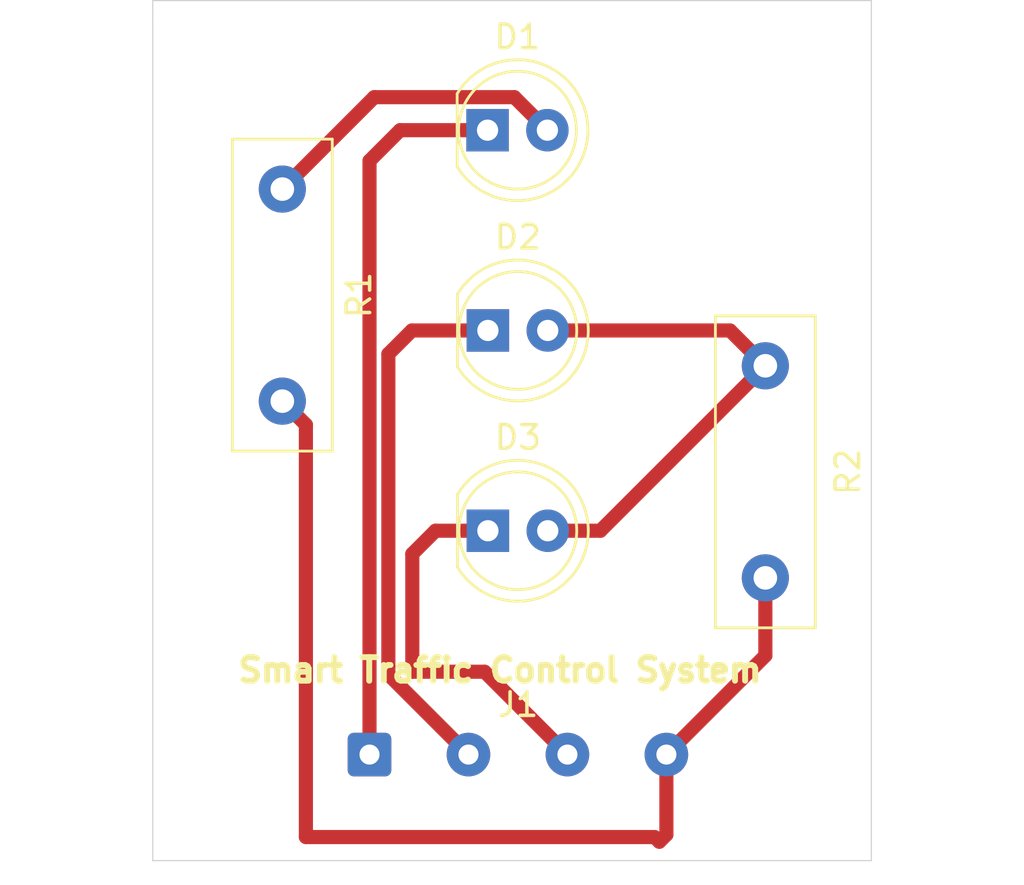
<source format=kicad_pcb>
(kicad_pcb (version 20241229) (generator "pcbnew") (generator_version "9.0")
  (layers (0 "F.Cu" signal) (2 "B.Cu" signal) (13 "F.Paste" user) (15 "B.Paste" user) (5 "F.SilkS" user "F.Silkscreen") (7 "B.SilkS" user "B.Silkscreen") (1 "F.Mask" user) (3 "B.Mask" user) (25 "Edge.Cuts" user))
  (net 0 "")
  (net 1 "Net-(D1-K)")
  (net 2 "Net-(D1-A)")
  (net 3 "Net-(D2-K)")
  (net 4 "Net-(D2-A)")
  (net 5 "Net-(D3-K)")
  (net 6 "Net-(J1-Pin_4)")
  (footprint "Resistor_THT:R_Box_L13.0mm_W4.0mm_P9.00mm" (layer "F.Cu") (at 40.5 41.5 -90)
    (property "Reference" "R1" (at 4.5 -3.25 90) (layer "F.SilkS"))
    (property "Value" "220 Ohm")
    (fp_line (start -2.12 2.12) (end 11.12 2.12) (stroke (width 0.12)) (layer "F.SilkS"))
    (fp_line (start -2.12 -2.12) (end -2.12 2.12) (stroke (width 0.12)) (layer "F.SilkS"))
    (fp_line (start -2.12 -2.12) (end 11.12 -2.12) (stroke (width 0.12)) (layer "F.SilkS"))
    (fp_line (start 11.12 -2.12) (end 11.12 2.12) (stroke (width 0.12)) (layer "F.SilkS"))
    (pad "1" thru_hole circle (at 0 0 270) (size 2 2) (drill 1) (layers "*.Cu" "*.Mask") (net 2 "Net-(D1-A)"))
    (pad "2" thru_hole circle (at 9 0 270) (size 2 2) (drill 1) (layers "*.Cu" "*.Mask") (net 6 "Net-(J1-Pin_4)"))
  )
  (footprint "LED_THT:LED_D5.0mm_Clear" (layer "F.Cu") (at 49.21 39)
    (property "Reference" "D1" (at 1.27 -3.96 0) (layer "F.SilkS"))
    (property "Value" "LED")
    (fp_line (start -1.29 -1.545) (end -1.29 1.545) (stroke (width 0.12)) (layer "F.SilkS"))
    (fp_arc (start -1.29 -1.54483) (mid 2.071756 -2.880501) (end 4.26 -0.000048) (stroke (width 0.12)) (layer "F.SilkS"))
    (fp_arc (start 4.26 0.000048) (mid 2.071756 2.880501) (end -1.29 1.54483) (stroke (width 0.12)) (layer "F.SilkS"))
    (fp_circle (center 1.27 0) (end 3.77 0) (stroke (width 0.12)) (fill no) (layer "F.SilkS"))
    (pad "1" thru_hole rect (at 0 0) (size 1.8 1.8) (drill 0.9) (layers "*.Cu" "*.Mask") (net 1 "Net-(D1-K)"))
    (pad "2" thru_hole circle (at 2.54 0) (size 1.8 1.8) (drill 0.9) (layers "*.Cu" "*.Mask") (net 2 "Net-(D1-A)"))
  )
  (footprint "LED_THT:LED_D5.0mm_Clear" (layer "F.Cu") (at 49.225 47.5)
    (property "Reference" "D2" (at 1.27 -3.96 0) (layer "F.SilkS"))
    (property "Value" "LED")
    (fp_line (start -1.29 -1.545) (end -1.29 1.545) (stroke (width 0.12)) (layer "F.SilkS"))
    (fp_arc (start -1.29 -1.54483) (mid 2.071756 -2.880501) (end 4.26 -0.000048) (stroke (width 0.12)) (layer "F.SilkS"))
    (fp_arc (start 4.26 0.000048) (mid 2.071756 2.880501) (end -1.29 1.54483) (stroke (width 0.12)) (layer "F.SilkS"))
    (fp_circle (center 1.27 0) (end 3.77 0) (stroke (width 0.12)) (fill no) (layer "F.SilkS"))
    (pad "1" thru_hole rect (at 0 0) (size 1.8 1.8) (drill 0.9) (layers "*.Cu" "*.Mask") (net 3 "Net-(D2-K)"))
    (pad "2" thru_hole circle (at 2.54 0) (size 1.8 1.8) (drill 0.9) (layers "*.Cu" "*.Mask") (net 4 "Net-(D2-A)"))
  )
  (footprint "LED_THT:LED_D5.0mm_Clear" (layer "F.Cu") (at 49.225 56)
    (property "Reference" "D3" (at 1.27 -3.96 0) (layer "F.SilkS"))
    (property "Value" "LED")
    (fp_line (start -1.29 -1.545) (end -1.29 1.545) (stroke (width 0.12)) (layer "F.SilkS"))
    (fp_arc (start -1.29 -1.54483) (mid 2.071756 -2.880501) (end 4.26 -0.000048) (stroke (width 0.12)) (layer "F.SilkS"))
    (fp_arc (start 4.26 0.000048) (mid 2.071756 2.880501) (end -1.29 1.54483) (stroke (width 0.12)) (layer "F.SilkS"))
    (fp_circle (center 1.27 0) (end 3.77 0) (stroke (width 0.12)) (fill no) (layer "F.SilkS"))
    (pad "1" thru_hole rect (at 0 0) (size 1.8 1.8) (drill 0.9) (layers "*.Cu" "*.Mask") (net 5 "Net-(D3-K)"))
    (pad "2" thru_hole circle (at 2.54 0) (size 1.8 1.8) (drill 0.9) (layers "*.Cu" "*.Mask") (net 4 "Net-(D2-A)"))
  )
  (footprint "MountingHole:MountingHole_2.2mm_M2" (layer "F.Cu") (at 38 36.5)
    (property "Reference" "REF**" (hide yes))
    (property "Value" "MountingHole_2.2mm_M2")
    (pad "" np_thru_hole circle (at 0 0) (size 2.2 2.2) (drill 2.2) (layers "*.Cu" "*.Mask"))
  )
  (footprint "MountingHole:MountingHole_2.2mm_M2" (layer "F.Cu") (at 38 67)
    (property "Reference" "REF**" (hide yes))
    (property "Value" "MountingHole_2.2mm_M2")
    (pad "" np_thru_hole circle (at 0 0) (size 2.2 2.2) (drill 2.2) (layers "*.Cu" "*.Mask"))
  )
  (footprint "MountingHole:MountingHole_2.2mm_M2" (layer "F.Cu") (at 62.5 36.5)
    (property "Reference" "REF**" (hide yes))
    (property "Value" "MountingHole_2.2mm_M2")
    (pad "" np_thru_hole circle (at 0 0) (size 2.2 2.2) (drill 2.2) (layers "*.Cu" "*.Mask"))
  )
  (footprint "Connector_Wire:SolderWire-0.25sqmm_1x04_P4.2mm_D0.65mm_OD1.7mm" (layer "F.Cu") (at 44.2 65.5)
    (property "Reference" "J1" (at 6.3 -2.12 0) (layer "F.SilkS"))
    (property "Value" "Conn_01x04_Pin")
    (pad "1" thru_hole roundrect (at 0 0) (size 1.85 1.85) (drill 0.85) (layers "*.Cu" "*.Mask") (roundrect_rratio 0.135135) (net 1 "Net-(D1-K)"))
    (pad "2" thru_hole circle (at 4.2 0) (size 1.85 1.85) (drill 0.85) (layers "*.Cu" "*.Mask") (net 3 "Net-(D2-K)"))
    (pad "3" thru_hole circle (at 8.4 0) (size 1.85 1.85) (drill 0.85) (layers "*.Cu" "*.Mask") (net 5 "Net-(D3-K)"))
    (pad "4" thru_hole circle (at 12.6 0) (size 1.85 1.85) (drill 0.85) (layers "*.Cu" "*.Mask") (net 6 "Net-(J1-Pin_4)"))
  )
  (footprint "MountingHole:MountingHole_2.2mm_M2" (layer "F.Cu") (at 62.5 67)
    (property "Reference" "REF**" (hide yes))
    (property "Value" "MountingHole_2.2mm_M2")
    (pad "" np_thru_hole circle (at 0 0) (size 2.2 2.2) (drill 2.2) (layers "*.Cu" "*.Mask"))
  )
  (footprint "Resistor_THT:R_Box_L13.0mm_W4.0mm_P9.00mm" (layer "F.Cu") (at 61 49 -90)
    (property "Reference" "R2" (at 4.5 -3.5 90) (layer "F.SilkS"))
    (property "Value" "220 Ohm")
    (fp_line (start -2.12 2.12) (end 11.12 2.12) (stroke (width 0.12)) (layer "F.SilkS"))
    (fp_line (start -2.12 -2.12) (end -2.12 2.12) (stroke (width 0.12)) (layer "F.SilkS"))
    (fp_line (start -2.12 -2.12) (end 11.12 -2.12) (stroke (width 0.12)) (layer "F.SilkS"))
    (fp_line (start 11.12 -2.12) (end 11.12 2.12) (stroke (width 0.12)) (layer "F.SilkS"))
    (pad "1" thru_hole circle (at 0 0 270) (size 2 2) (drill 1) (layers "*.Cu" "*.Mask") (net 4 "Net-(D2-A)"))
    (pad "2" thru_hole circle (at 9 0 270) (size 2 2) (drill 1) (layers "*.Cu" "*.Mask") (net 6 "Net-(J1-Pin_4)"))
  )
  (gr_line (start 35 70) (end 65.5 70) (stroke (width 0.05)) (layer "Edge.Cuts"))
  (gr_line (start 35 34.5) (end 35 70) (stroke (width 0.05)) (layer "Edge.Cuts"))
  (gr_line (start 65.5 70) (end 65.5 33.5) (stroke (width 0.05)) (layer "Edge.Cuts"))
  (gr_line (start 65.5 33.5) (end 35 33.5) (stroke (width 0.05)) (layer "Edge.Cuts"))
  (gr_line (start 35 33.5) (end 35 34.5) (stroke (width 0.05)) (layer "Edge.Cuts"))
  (gr_text "Smart Traffic Control System" (at 38.5 62.5 0) (layer "F.SilkS") (effects (font (size 1 1) (thickness 0.25) (bold yes)) (justify left bottom)))
  (segment (start 44.2 65.5) (end 44.2 40.3) (width 0.6) (layer "F.Cu") (net 1))
  (segment (start 44.2 40.3) (end 45.5 39) (width 0.6) (layer "F.Cu") (net 1))
  (segment (start 45.5 39) (end 49.21 39) (width 0.6) (layer "F.Cu") (net 1))
  (segment (start 50.349 37.599) (end 44.401 37.599) (width 0.6) (layer "F.Cu") (net 2))
  (segment (start 51.75 39) (end 50.349 37.599) (width 0.6) (layer "F.Cu") (net 2))
  (segment (start 44.401 37.599) (end 40.5 41.5) (width 0.6) (layer "F.Cu") (net 2))
  (segment (start 45 48.5) (end 46 47.5) (width 0.6) (layer "F.Cu") (net 3))
  (segment (start 48.4 65.5) (end 45 62.1) (width 0.6) (layer "F.Cu") (net 3))
  (segment (start 46 47.5) (end 49.225 47.5) (width 0.6) (layer "F.Cu") (net 3))
  (segment (start 45 62.1) (end 45 48.5) (width 0.6) (layer "F.Cu") (net 3))
  (segment (start 61 49) (end 59.5 47.5) (width 0.6) (layer "F.Cu") (net 4))
  (segment (start 54 56) (end 51.765 56) (width 0.6) (layer "F.Cu") (net 4))
  (segment (start 61 49) (end 54 56) (width 0.6) (layer "F.Cu") (net 4))
  (segment (start 59.5 47.5) (end 51.765 47.5) (width 0.6) (layer "F.Cu") (net 4))
  (segment (start 46.016393 56.983607) (end 47 56) (width 0.6) (layer "F.Cu") (net 5))
  (segment (start 49.083607 61.983607) (end 46.016393 61.983607) (width 0.6) (layer "F.Cu") (net 5))
  (segment (start 52.6 65.5) (end 49.083607 61.983607) (width 0.6) (layer "F.Cu") (net 5))
  (segment (start 47 56) (end 49.225 56) (width 0.6) (layer "F.Cu") (net 5))
  (segment (start 46.016393 61.983607) (end 46.016393 56.983607) (width 0.6) (layer "F.Cu") (net 5))
  (segment (start 56.8 68.899) (end 56.5 69.199) (width 0.6) (layer "F.Cu") (net 6))
  (segment (start 61 61.3) (end 61 58) (width 0.6) (layer "F.Cu") (net 6))
  (segment (start 56.8 65.5) (end 56.8 68.899) (width 0.6) (layer "F.Cu") (net 6))
  (segment (start 41.5 51.5) (end 40.5 50.5) (width 0.6) (layer "F.Cu") (net 6))
  (segment (start 41.5 69) (end 41.5 51.5) (width 0.6) (layer "F.Cu") (net 6))
  (segment (start 56.8 65.5) (end 61 61.3) (width 0.6) (layer "F.Cu") (net 6))
  (segment (start 56.301 69) (end 41.5 69) (width 0.6) (layer "F.Cu") (net 6))
  (segment (start 56.5 69.199) (end 56.301 69) (width 0.6) (layer "F.Cu") (net 6))
)
</source>
